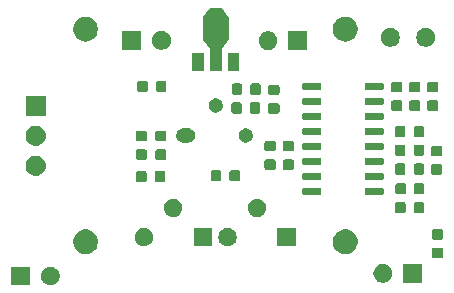
<source format=gts>
G04 #@! TF.GenerationSoftware,KiCad,Pcbnew,5.0.2-bee76a0~70~ubuntu18.04.1*
G04 #@! TF.CreationDate,2019-12-23T12:33:55+05:30*
G04 #@! TF.ProjectId,pir_v1_0,7069725f-7631-45f3-902e-6b696361645f,rev?*
G04 #@! TF.SameCoordinates,Original*
G04 #@! TF.FileFunction,Soldermask,Top*
G04 #@! TF.FilePolarity,Negative*
%FSLAX46Y46*%
G04 Gerber Fmt 4.6, Leading zero omitted, Abs format (unit mm)*
G04 Created by KiCad (PCBNEW 5.0.2-bee76a0~70~ubuntu18.04.1) date Mon Dec 23 12:33:55 2019*
%MOMM*%
%LPD*%
G01*
G04 APERTURE LIST*
%ADD10C,0.100000*%
G04 APERTURE END LIST*
D10*
G36*
X73608352Y-73555743D02*
X73753941Y-73616048D01*
X73884973Y-73703601D01*
X73996399Y-73815027D01*
X74083952Y-73946059D01*
X74144257Y-74091648D01*
X74175000Y-74246205D01*
X74175000Y-74403795D01*
X74144257Y-74558352D01*
X74083952Y-74703941D01*
X73996399Y-74834973D01*
X73884973Y-74946399D01*
X73753941Y-75033952D01*
X73608352Y-75094257D01*
X73453795Y-75125000D01*
X73296205Y-75125000D01*
X73141648Y-75094257D01*
X72996059Y-75033952D01*
X72865027Y-74946399D01*
X72753601Y-74834973D01*
X72666048Y-74703941D01*
X72605743Y-74558352D01*
X72575000Y-74403795D01*
X72575000Y-74246205D01*
X72605743Y-74091648D01*
X72666048Y-73946059D01*
X72753601Y-73815027D01*
X72865027Y-73703601D01*
X72996059Y-73616048D01*
X73141648Y-73555743D01*
X73296205Y-73525000D01*
X73453795Y-73525000D01*
X73608352Y-73555743D01*
X73608352Y-73555743D01*
G37*
G36*
X71675000Y-75125000D02*
X70075000Y-75125000D01*
X70075000Y-73525000D01*
X71675000Y-73525000D01*
X71675000Y-75125000D01*
X71675000Y-75125000D01*
G37*
G36*
X101758352Y-73330743D02*
X101903941Y-73391048D01*
X102034973Y-73478601D01*
X102146399Y-73590027D01*
X102233952Y-73721059D01*
X102294257Y-73866648D01*
X102325000Y-74021205D01*
X102325000Y-74178795D01*
X102294257Y-74333352D01*
X102233952Y-74478941D01*
X102146399Y-74609973D01*
X102034973Y-74721399D01*
X101903941Y-74808952D01*
X101758352Y-74869257D01*
X101603795Y-74900000D01*
X101446205Y-74900000D01*
X101291648Y-74869257D01*
X101146059Y-74808952D01*
X101015027Y-74721399D01*
X100903601Y-74609973D01*
X100816048Y-74478941D01*
X100755743Y-74333352D01*
X100725000Y-74178795D01*
X100725000Y-74021205D01*
X100755743Y-73866648D01*
X100816048Y-73721059D01*
X100903601Y-73590027D01*
X101015027Y-73478601D01*
X101146059Y-73391048D01*
X101291648Y-73330743D01*
X101446205Y-73300000D01*
X101603795Y-73300000D01*
X101758352Y-73330743D01*
X101758352Y-73330743D01*
G37*
G36*
X104825000Y-74900000D02*
X103225000Y-74900000D01*
X103225000Y-73300000D01*
X104825000Y-73300000D01*
X104825000Y-74900000D01*
X104825000Y-74900000D01*
G37*
G36*
X106499116Y-71953595D02*
X106528313Y-71962452D01*
X106555218Y-71976833D01*
X106578808Y-71996192D01*
X106598167Y-72019782D01*
X106612548Y-72046687D01*
X106621405Y-72075884D01*
X106625000Y-72112390D01*
X106625000Y-72662610D01*
X106621405Y-72699116D01*
X106612548Y-72728313D01*
X106598167Y-72755218D01*
X106578808Y-72778808D01*
X106555218Y-72798167D01*
X106528313Y-72812548D01*
X106499116Y-72821405D01*
X106462610Y-72825000D01*
X105837390Y-72825000D01*
X105800884Y-72821405D01*
X105771687Y-72812548D01*
X105744782Y-72798167D01*
X105721192Y-72778808D01*
X105701833Y-72755218D01*
X105687452Y-72728313D01*
X105678595Y-72699116D01*
X105675000Y-72662610D01*
X105675000Y-72112390D01*
X105678595Y-72075884D01*
X105687452Y-72046687D01*
X105701833Y-72019782D01*
X105721192Y-71996192D01*
X105744782Y-71976833D01*
X105771687Y-71962452D01*
X105800884Y-71953595D01*
X105837390Y-71950000D01*
X106462610Y-71950000D01*
X106499116Y-71953595D01*
X106499116Y-71953595D01*
G37*
G36*
X76471490Y-70378595D02*
X76656274Y-70415350D01*
X76847362Y-70494502D01*
X77019336Y-70609411D01*
X77165589Y-70755664D01*
X77280498Y-70927638D01*
X77359650Y-71118726D01*
X77384925Y-71245797D01*
X77400000Y-71321583D01*
X77400000Y-71528417D01*
X77396893Y-71544037D01*
X77359650Y-71731274D01*
X77280498Y-71922362D01*
X77165589Y-72094336D01*
X77019336Y-72240589D01*
X76847362Y-72355498D01*
X76656274Y-72434650D01*
X76475888Y-72470530D01*
X76453417Y-72475000D01*
X76246583Y-72475000D01*
X76224112Y-72470530D01*
X76043726Y-72434650D01*
X75852638Y-72355498D01*
X75680664Y-72240589D01*
X75534411Y-72094336D01*
X75419502Y-71922362D01*
X75340350Y-71731274D01*
X75303107Y-71544037D01*
X75300000Y-71528417D01*
X75300000Y-71321583D01*
X75315075Y-71245797D01*
X75340350Y-71118726D01*
X75419502Y-70927638D01*
X75534411Y-70755664D01*
X75680664Y-70609411D01*
X75852638Y-70494502D01*
X76043726Y-70415350D01*
X76228510Y-70378595D01*
X76246583Y-70375000D01*
X76453417Y-70375000D01*
X76471490Y-70378595D01*
X76471490Y-70378595D01*
G37*
G36*
X98471490Y-70378595D02*
X98656274Y-70415350D01*
X98847362Y-70494502D01*
X99019336Y-70609411D01*
X99165589Y-70755664D01*
X99280498Y-70927638D01*
X99359650Y-71118726D01*
X99384925Y-71245797D01*
X99400000Y-71321583D01*
X99400000Y-71528417D01*
X99396893Y-71544037D01*
X99359650Y-71731274D01*
X99280498Y-71922362D01*
X99165589Y-72094336D01*
X99019336Y-72240589D01*
X98847362Y-72355498D01*
X98656274Y-72434650D01*
X98475888Y-72470530D01*
X98453417Y-72475000D01*
X98246583Y-72475000D01*
X98224112Y-72470530D01*
X98043726Y-72434650D01*
X97852638Y-72355498D01*
X97680664Y-72240589D01*
X97534411Y-72094336D01*
X97419502Y-71922362D01*
X97340350Y-71731274D01*
X97303107Y-71544037D01*
X97300000Y-71528417D01*
X97300000Y-71321583D01*
X97315075Y-71245797D01*
X97340350Y-71118726D01*
X97419502Y-70927638D01*
X97534411Y-70755664D01*
X97680664Y-70609411D01*
X97852638Y-70494502D01*
X98043726Y-70415350D01*
X98228510Y-70378595D01*
X98246583Y-70375000D01*
X98453417Y-70375000D01*
X98471490Y-70378595D01*
X98471490Y-70378595D01*
G37*
G36*
X87050000Y-71825000D02*
X85500000Y-71825000D01*
X85500000Y-70275000D01*
X87050000Y-70275000D01*
X87050000Y-71825000D01*
X87050000Y-71825000D01*
G37*
G36*
X94150000Y-71825000D02*
X92600000Y-71825000D01*
X92600000Y-70275000D01*
X94150000Y-70275000D01*
X94150000Y-71825000D01*
X94150000Y-71825000D01*
G37*
G36*
X88601059Y-70304782D02*
X88742099Y-70363203D01*
X88869037Y-70448020D01*
X88976980Y-70555963D01*
X89061797Y-70682901D01*
X89120218Y-70823941D01*
X89150000Y-70973668D01*
X89150000Y-71126332D01*
X89120218Y-71276059D01*
X89061797Y-71417099D01*
X88976980Y-71544037D01*
X88869037Y-71651980D01*
X88742099Y-71736797D01*
X88601059Y-71795218D01*
X88451332Y-71825000D01*
X88298668Y-71825000D01*
X88148941Y-71795218D01*
X88007901Y-71736797D01*
X87880963Y-71651980D01*
X87773020Y-71544037D01*
X87688203Y-71417099D01*
X87629782Y-71276059D01*
X87600000Y-71126332D01*
X87600000Y-70973668D01*
X87629782Y-70823941D01*
X87688203Y-70682901D01*
X87773020Y-70555963D01*
X87880963Y-70448020D01*
X88007901Y-70363203D01*
X88148941Y-70304782D01*
X88298668Y-70275000D01*
X88451332Y-70275000D01*
X88601059Y-70304782D01*
X88601059Y-70304782D01*
G37*
G36*
X81501059Y-70304782D02*
X81642099Y-70363203D01*
X81769037Y-70448020D01*
X81876980Y-70555963D01*
X81961797Y-70682901D01*
X82020218Y-70823941D01*
X82050000Y-70973668D01*
X82050000Y-71126332D01*
X82020218Y-71276059D01*
X81961797Y-71417099D01*
X81876980Y-71544037D01*
X81769037Y-71651980D01*
X81642099Y-71736797D01*
X81501059Y-71795218D01*
X81351332Y-71825000D01*
X81198668Y-71825000D01*
X81048941Y-71795218D01*
X80907901Y-71736797D01*
X80780963Y-71651980D01*
X80673020Y-71544037D01*
X80588203Y-71417099D01*
X80529782Y-71276059D01*
X80500000Y-71126332D01*
X80500000Y-70973668D01*
X80529782Y-70823941D01*
X80588203Y-70682901D01*
X80673020Y-70555963D01*
X80780963Y-70448020D01*
X80907901Y-70363203D01*
X81048941Y-70304782D01*
X81198668Y-70275000D01*
X81351332Y-70275000D01*
X81501059Y-70304782D01*
X81501059Y-70304782D01*
G37*
G36*
X106499116Y-70378595D02*
X106528313Y-70387452D01*
X106555218Y-70401833D01*
X106578808Y-70421192D01*
X106598167Y-70444782D01*
X106612548Y-70471687D01*
X106621405Y-70500884D01*
X106625000Y-70537390D01*
X106625000Y-71087610D01*
X106621405Y-71124116D01*
X106612548Y-71153313D01*
X106598167Y-71180218D01*
X106578808Y-71203808D01*
X106555218Y-71223167D01*
X106528313Y-71237548D01*
X106499116Y-71246405D01*
X106462610Y-71250000D01*
X105837390Y-71250000D01*
X105800884Y-71246405D01*
X105771687Y-71237548D01*
X105744782Y-71223167D01*
X105721192Y-71203808D01*
X105701833Y-71180218D01*
X105687452Y-71153313D01*
X105678595Y-71124116D01*
X105675000Y-71087610D01*
X105675000Y-70537390D01*
X105678595Y-70500884D01*
X105687452Y-70471687D01*
X105701833Y-70444782D01*
X105721192Y-70421192D01*
X105744782Y-70401833D01*
X105771687Y-70387452D01*
X105800884Y-70378595D01*
X105837390Y-70375000D01*
X106462610Y-70375000D01*
X106499116Y-70378595D01*
X106499116Y-70378595D01*
G37*
G36*
X84001059Y-67804782D02*
X84142099Y-67863203D01*
X84269037Y-67948020D01*
X84376980Y-68055963D01*
X84461797Y-68182901D01*
X84520218Y-68323941D01*
X84550000Y-68473668D01*
X84550000Y-68626332D01*
X84520218Y-68776059D01*
X84461797Y-68917099D01*
X84376980Y-69044037D01*
X84269037Y-69151980D01*
X84142099Y-69236797D01*
X84001059Y-69295218D01*
X83851332Y-69325000D01*
X83698668Y-69325000D01*
X83548941Y-69295218D01*
X83407901Y-69236797D01*
X83280963Y-69151980D01*
X83173020Y-69044037D01*
X83088203Y-68917099D01*
X83029782Y-68776059D01*
X83000000Y-68626332D01*
X83000000Y-68473668D01*
X83029782Y-68323941D01*
X83088203Y-68182901D01*
X83173020Y-68055963D01*
X83280963Y-67948020D01*
X83407901Y-67863203D01*
X83548941Y-67804782D01*
X83698668Y-67775000D01*
X83851332Y-67775000D01*
X84001059Y-67804782D01*
X84001059Y-67804782D01*
G37*
G36*
X91101059Y-67804782D02*
X91242099Y-67863203D01*
X91369037Y-67948020D01*
X91476980Y-68055963D01*
X91561797Y-68182901D01*
X91620218Y-68323941D01*
X91650000Y-68473668D01*
X91650000Y-68626332D01*
X91620218Y-68776059D01*
X91561797Y-68917099D01*
X91476980Y-69044037D01*
X91369037Y-69151980D01*
X91242099Y-69236797D01*
X91101059Y-69295218D01*
X90951332Y-69325000D01*
X90798668Y-69325000D01*
X90648941Y-69295218D01*
X90507901Y-69236797D01*
X90380963Y-69151980D01*
X90273020Y-69044037D01*
X90188203Y-68917099D01*
X90129782Y-68776059D01*
X90100000Y-68626332D01*
X90100000Y-68473668D01*
X90129782Y-68323941D01*
X90188203Y-68182901D01*
X90273020Y-68055963D01*
X90380963Y-67948020D01*
X90507901Y-67863203D01*
X90648941Y-67804782D01*
X90798668Y-67775000D01*
X90951332Y-67775000D01*
X91101059Y-67804782D01*
X91101059Y-67804782D01*
G37*
G36*
X104899116Y-68078595D02*
X104928313Y-68087452D01*
X104955218Y-68101833D01*
X104978808Y-68121192D01*
X104998167Y-68144782D01*
X105012548Y-68171687D01*
X105021405Y-68200884D01*
X105025000Y-68237390D01*
X105025000Y-68862610D01*
X105021405Y-68899116D01*
X105012548Y-68928313D01*
X104998167Y-68955218D01*
X104978808Y-68978808D01*
X104955218Y-68998167D01*
X104928313Y-69012548D01*
X104899116Y-69021405D01*
X104862610Y-69025000D01*
X104312390Y-69025000D01*
X104275884Y-69021405D01*
X104246687Y-69012548D01*
X104219782Y-68998167D01*
X104196192Y-68978808D01*
X104176833Y-68955218D01*
X104162452Y-68928313D01*
X104153595Y-68899116D01*
X104150000Y-68862610D01*
X104150000Y-68237390D01*
X104153595Y-68200884D01*
X104162452Y-68171687D01*
X104176833Y-68144782D01*
X104196192Y-68121192D01*
X104219782Y-68101833D01*
X104246687Y-68087452D01*
X104275884Y-68078595D01*
X104312390Y-68075000D01*
X104862610Y-68075000D01*
X104899116Y-68078595D01*
X104899116Y-68078595D01*
G37*
G36*
X103324116Y-68078595D02*
X103353313Y-68087452D01*
X103380218Y-68101833D01*
X103403808Y-68121192D01*
X103423167Y-68144782D01*
X103437548Y-68171687D01*
X103446405Y-68200884D01*
X103450000Y-68237390D01*
X103450000Y-68862610D01*
X103446405Y-68899116D01*
X103437548Y-68928313D01*
X103423167Y-68955218D01*
X103403808Y-68978808D01*
X103380218Y-68998167D01*
X103353313Y-69012548D01*
X103324116Y-69021405D01*
X103287610Y-69025000D01*
X102737390Y-69025000D01*
X102700884Y-69021405D01*
X102671687Y-69012548D01*
X102644782Y-68998167D01*
X102621192Y-68978808D01*
X102601833Y-68955218D01*
X102587452Y-68928313D01*
X102578595Y-68899116D01*
X102575000Y-68862610D01*
X102575000Y-68237390D01*
X102578595Y-68200884D01*
X102587452Y-68171687D01*
X102601833Y-68144782D01*
X102621192Y-68121192D01*
X102644782Y-68101833D01*
X102671687Y-68087452D01*
X102700884Y-68078595D01*
X102737390Y-68075000D01*
X103287610Y-68075000D01*
X103324116Y-68078595D01*
X103324116Y-68078595D01*
G37*
G36*
X101539512Y-66897034D02*
X101553471Y-66901268D01*
X101566333Y-66908143D01*
X101577605Y-66917395D01*
X101586857Y-66928667D01*
X101593732Y-66941529D01*
X101597966Y-66955488D01*
X101600000Y-66976140D01*
X101600000Y-67363860D01*
X101597966Y-67384512D01*
X101593732Y-67398471D01*
X101586857Y-67411333D01*
X101577605Y-67422605D01*
X101566333Y-67431857D01*
X101553471Y-67438732D01*
X101539512Y-67442966D01*
X101518860Y-67445000D01*
X100081140Y-67445000D01*
X100060488Y-67442966D01*
X100046529Y-67438732D01*
X100033667Y-67431857D01*
X100022395Y-67422605D01*
X100013143Y-67411333D01*
X100006268Y-67398471D01*
X100002034Y-67384512D01*
X100000000Y-67363860D01*
X100000000Y-66976140D01*
X100002034Y-66955488D01*
X100006268Y-66941529D01*
X100013143Y-66928667D01*
X100022395Y-66917395D01*
X100033667Y-66908143D01*
X100046529Y-66901268D01*
X100060488Y-66897034D01*
X100081140Y-66895000D01*
X101518860Y-66895000D01*
X101539512Y-66897034D01*
X101539512Y-66897034D01*
G37*
G36*
X96239512Y-66897034D02*
X96253471Y-66901268D01*
X96266333Y-66908143D01*
X96277605Y-66917395D01*
X96286857Y-66928667D01*
X96293732Y-66941529D01*
X96297966Y-66955488D01*
X96300000Y-66976140D01*
X96300000Y-67363860D01*
X96297966Y-67384512D01*
X96293732Y-67398471D01*
X96286857Y-67411333D01*
X96277605Y-67422605D01*
X96266333Y-67431857D01*
X96253471Y-67438732D01*
X96239512Y-67442966D01*
X96218860Y-67445000D01*
X94781140Y-67445000D01*
X94760488Y-67442966D01*
X94746529Y-67438732D01*
X94733667Y-67431857D01*
X94722395Y-67422605D01*
X94713143Y-67411333D01*
X94706268Y-67398471D01*
X94702034Y-67384512D01*
X94700000Y-67363860D01*
X94700000Y-66976140D01*
X94702034Y-66955488D01*
X94706268Y-66941529D01*
X94713143Y-66928667D01*
X94722395Y-66917395D01*
X94733667Y-66908143D01*
X94746529Y-66901268D01*
X94760488Y-66897034D01*
X94781140Y-66895000D01*
X96218860Y-66895000D01*
X96239512Y-66897034D01*
X96239512Y-66897034D01*
G37*
G36*
X103336616Y-66478595D02*
X103365813Y-66487452D01*
X103392718Y-66501833D01*
X103416308Y-66521192D01*
X103435667Y-66544782D01*
X103450048Y-66571687D01*
X103458905Y-66600884D01*
X103462500Y-66637390D01*
X103462500Y-67262610D01*
X103458905Y-67299116D01*
X103450048Y-67328313D01*
X103435667Y-67355218D01*
X103416308Y-67378808D01*
X103392718Y-67398167D01*
X103365813Y-67412548D01*
X103336616Y-67421405D01*
X103300110Y-67425000D01*
X102749890Y-67425000D01*
X102713384Y-67421405D01*
X102684187Y-67412548D01*
X102657282Y-67398167D01*
X102633692Y-67378808D01*
X102614333Y-67355218D01*
X102599952Y-67328313D01*
X102591095Y-67299116D01*
X102587500Y-67262610D01*
X102587500Y-66637390D01*
X102591095Y-66600884D01*
X102599952Y-66571687D01*
X102614333Y-66544782D01*
X102633692Y-66521192D01*
X102657282Y-66501833D01*
X102684187Y-66487452D01*
X102713384Y-66478595D01*
X102749890Y-66475000D01*
X103300110Y-66475000D01*
X103336616Y-66478595D01*
X103336616Y-66478595D01*
G37*
G36*
X104911616Y-66478595D02*
X104940813Y-66487452D01*
X104967718Y-66501833D01*
X104991308Y-66521192D01*
X105010667Y-66544782D01*
X105025048Y-66571687D01*
X105033905Y-66600884D01*
X105037500Y-66637390D01*
X105037500Y-67262610D01*
X105033905Y-67299116D01*
X105025048Y-67328313D01*
X105010667Y-67355218D01*
X104991308Y-67378808D01*
X104967718Y-67398167D01*
X104940813Y-67412548D01*
X104911616Y-67421405D01*
X104875110Y-67425000D01*
X104324890Y-67425000D01*
X104288384Y-67421405D01*
X104259187Y-67412548D01*
X104232282Y-67398167D01*
X104208692Y-67378808D01*
X104189333Y-67355218D01*
X104174952Y-67328313D01*
X104166095Y-67299116D01*
X104162500Y-67262610D01*
X104162500Y-66637390D01*
X104166095Y-66600884D01*
X104174952Y-66571687D01*
X104189333Y-66544782D01*
X104208692Y-66521192D01*
X104232282Y-66501833D01*
X104259187Y-66487452D01*
X104288384Y-66478595D01*
X104324890Y-66475000D01*
X104875110Y-66475000D01*
X104911616Y-66478595D01*
X104911616Y-66478595D01*
G37*
G36*
X82961616Y-65428595D02*
X82990813Y-65437452D01*
X83017718Y-65451833D01*
X83041308Y-65471192D01*
X83060667Y-65494782D01*
X83075048Y-65521687D01*
X83083905Y-65550884D01*
X83087500Y-65587390D01*
X83087500Y-66212610D01*
X83083905Y-66249116D01*
X83075048Y-66278313D01*
X83060667Y-66305218D01*
X83041308Y-66328808D01*
X83017718Y-66348167D01*
X82990813Y-66362548D01*
X82961616Y-66371405D01*
X82925110Y-66375000D01*
X82374890Y-66375000D01*
X82338384Y-66371405D01*
X82309187Y-66362548D01*
X82282282Y-66348167D01*
X82258692Y-66328808D01*
X82239333Y-66305218D01*
X82224952Y-66278313D01*
X82216095Y-66249116D01*
X82212500Y-66212610D01*
X82212500Y-65587390D01*
X82216095Y-65550884D01*
X82224952Y-65521687D01*
X82239333Y-65494782D01*
X82258692Y-65471192D01*
X82282282Y-65451833D01*
X82309187Y-65437452D01*
X82338384Y-65428595D01*
X82374890Y-65425000D01*
X82925110Y-65425000D01*
X82961616Y-65428595D01*
X82961616Y-65428595D01*
G37*
G36*
X81386616Y-65428595D02*
X81415813Y-65437452D01*
X81442718Y-65451833D01*
X81466308Y-65471192D01*
X81485667Y-65494782D01*
X81500048Y-65521687D01*
X81508905Y-65550884D01*
X81512500Y-65587390D01*
X81512500Y-66212610D01*
X81508905Y-66249116D01*
X81500048Y-66278313D01*
X81485667Y-66305218D01*
X81466308Y-66328808D01*
X81442718Y-66348167D01*
X81415813Y-66362548D01*
X81386616Y-66371405D01*
X81350110Y-66375000D01*
X80799890Y-66375000D01*
X80763384Y-66371405D01*
X80734187Y-66362548D01*
X80707282Y-66348167D01*
X80683692Y-66328808D01*
X80664333Y-66305218D01*
X80649952Y-66278313D01*
X80641095Y-66249116D01*
X80637500Y-66212610D01*
X80637500Y-65587390D01*
X80641095Y-65550884D01*
X80649952Y-65521687D01*
X80664333Y-65494782D01*
X80683692Y-65471192D01*
X80707282Y-65451833D01*
X80734187Y-65437452D01*
X80763384Y-65428595D01*
X80799890Y-65425000D01*
X81350110Y-65425000D01*
X81386616Y-65428595D01*
X81386616Y-65428595D01*
G37*
G36*
X89286616Y-65378595D02*
X89315813Y-65387452D01*
X89342718Y-65401833D01*
X89366308Y-65421192D01*
X89385667Y-65444782D01*
X89400048Y-65471687D01*
X89408905Y-65500884D01*
X89412500Y-65537390D01*
X89412500Y-66162610D01*
X89408905Y-66199116D01*
X89400048Y-66228313D01*
X89385667Y-66255218D01*
X89366308Y-66278808D01*
X89342718Y-66298167D01*
X89315813Y-66312548D01*
X89286616Y-66321405D01*
X89250110Y-66325000D01*
X88699890Y-66325000D01*
X88663384Y-66321405D01*
X88634187Y-66312548D01*
X88607282Y-66298167D01*
X88583692Y-66278808D01*
X88564333Y-66255218D01*
X88549952Y-66228313D01*
X88541095Y-66199116D01*
X88537500Y-66162610D01*
X88537500Y-65537390D01*
X88541095Y-65500884D01*
X88549952Y-65471687D01*
X88564333Y-65444782D01*
X88583692Y-65421192D01*
X88607282Y-65401833D01*
X88634187Y-65387452D01*
X88663384Y-65378595D01*
X88699890Y-65375000D01*
X89250110Y-65375000D01*
X89286616Y-65378595D01*
X89286616Y-65378595D01*
G37*
G36*
X87711616Y-65378595D02*
X87740813Y-65387452D01*
X87767718Y-65401833D01*
X87791308Y-65421192D01*
X87810667Y-65444782D01*
X87825048Y-65471687D01*
X87833905Y-65500884D01*
X87837500Y-65537390D01*
X87837500Y-66162610D01*
X87833905Y-66199116D01*
X87825048Y-66228313D01*
X87810667Y-66255218D01*
X87791308Y-66278808D01*
X87767718Y-66298167D01*
X87740813Y-66312548D01*
X87711616Y-66321405D01*
X87675110Y-66325000D01*
X87124890Y-66325000D01*
X87088384Y-66321405D01*
X87059187Y-66312548D01*
X87032282Y-66298167D01*
X87008692Y-66278808D01*
X86989333Y-66255218D01*
X86974952Y-66228313D01*
X86966095Y-66199116D01*
X86962500Y-66162610D01*
X86962500Y-65537390D01*
X86966095Y-65500884D01*
X86974952Y-65471687D01*
X86989333Y-65444782D01*
X87008692Y-65421192D01*
X87032282Y-65401833D01*
X87059187Y-65387452D01*
X87088384Y-65378595D01*
X87124890Y-65375000D01*
X87675110Y-65375000D01*
X87711616Y-65378595D01*
X87711616Y-65378595D01*
G37*
G36*
X101539512Y-65627034D02*
X101553471Y-65631268D01*
X101566333Y-65638143D01*
X101577605Y-65647395D01*
X101586857Y-65658667D01*
X101593732Y-65671529D01*
X101597966Y-65685488D01*
X101600000Y-65706140D01*
X101600000Y-66093860D01*
X101597966Y-66114512D01*
X101593732Y-66128471D01*
X101586857Y-66141333D01*
X101577605Y-66152605D01*
X101566333Y-66161857D01*
X101553471Y-66168732D01*
X101539512Y-66172966D01*
X101518860Y-66175000D01*
X100081140Y-66175000D01*
X100060488Y-66172966D01*
X100046529Y-66168732D01*
X100033667Y-66161857D01*
X100022395Y-66152605D01*
X100013143Y-66141333D01*
X100006268Y-66128471D01*
X100002034Y-66114512D01*
X100000000Y-66093860D01*
X100000000Y-65706140D01*
X100002034Y-65685488D01*
X100006268Y-65671529D01*
X100013143Y-65658667D01*
X100022395Y-65647395D01*
X100033667Y-65638143D01*
X100046529Y-65631268D01*
X100060488Y-65627034D01*
X100081140Y-65625000D01*
X101518860Y-65625000D01*
X101539512Y-65627034D01*
X101539512Y-65627034D01*
G37*
G36*
X96239512Y-65627034D02*
X96253471Y-65631268D01*
X96266333Y-65638143D01*
X96277605Y-65647395D01*
X96286857Y-65658667D01*
X96293732Y-65671529D01*
X96297966Y-65685488D01*
X96300000Y-65706140D01*
X96300000Y-66093860D01*
X96297966Y-66114512D01*
X96293732Y-66128471D01*
X96286857Y-66141333D01*
X96277605Y-66152605D01*
X96266333Y-66161857D01*
X96253471Y-66168732D01*
X96239512Y-66172966D01*
X96218860Y-66175000D01*
X94781140Y-66175000D01*
X94760488Y-66172966D01*
X94746529Y-66168732D01*
X94733667Y-66161857D01*
X94722395Y-66152605D01*
X94713143Y-66141333D01*
X94706268Y-66128471D01*
X94702034Y-66114512D01*
X94700000Y-66093860D01*
X94700000Y-65706140D01*
X94702034Y-65685488D01*
X94706268Y-65671529D01*
X94713143Y-65658667D01*
X94722395Y-65647395D01*
X94733667Y-65638143D01*
X94746529Y-65631268D01*
X94760488Y-65627034D01*
X94781140Y-65625000D01*
X96218860Y-65625000D01*
X96239512Y-65627034D01*
X96239512Y-65627034D01*
G37*
G36*
X72291630Y-64152299D02*
X72451855Y-64200903D01*
X72599520Y-64279831D01*
X72728949Y-64386051D01*
X72835169Y-64515480D01*
X72914097Y-64663145D01*
X72962701Y-64823370D01*
X72979112Y-64990000D01*
X72962701Y-65156630D01*
X72914097Y-65316855D01*
X72835169Y-65464520D01*
X72728949Y-65593949D01*
X72599520Y-65700169D01*
X72451855Y-65779097D01*
X72291630Y-65827701D01*
X72166752Y-65840000D01*
X72083248Y-65840000D01*
X71958370Y-65827701D01*
X71798145Y-65779097D01*
X71650480Y-65700169D01*
X71521051Y-65593949D01*
X71414831Y-65464520D01*
X71335903Y-65316855D01*
X71287299Y-65156630D01*
X71270888Y-64990000D01*
X71287299Y-64823370D01*
X71335903Y-64663145D01*
X71414831Y-64515480D01*
X71521051Y-64386051D01*
X71650480Y-64279831D01*
X71798145Y-64200903D01*
X71958370Y-64152299D01*
X72083248Y-64140000D01*
X72166752Y-64140000D01*
X72291630Y-64152299D01*
X72291630Y-64152299D01*
G37*
G36*
X103311616Y-64803595D02*
X103340813Y-64812452D01*
X103367718Y-64826833D01*
X103391308Y-64846192D01*
X103410667Y-64869782D01*
X103425048Y-64896687D01*
X103433905Y-64925884D01*
X103437500Y-64962390D01*
X103437500Y-65587610D01*
X103433905Y-65624116D01*
X103425048Y-65653313D01*
X103410667Y-65680218D01*
X103391308Y-65703808D01*
X103367718Y-65723167D01*
X103340813Y-65737548D01*
X103311616Y-65746405D01*
X103275110Y-65750000D01*
X102724890Y-65750000D01*
X102688384Y-65746405D01*
X102659187Y-65737548D01*
X102632282Y-65723167D01*
X102608692Y-65703808D01*
X102589333Y-65680218D01*
X102574952Y-65653313D01*
X102566095Y-65624116D01*
X102562500Y-65587610D01*
X102562500Y-64962390D01*
X102566095Y-64925884D01*
X102574952Y-64896687D01*
X102589333Y-64869782D01*
X102608692Y-64846192D01*
X102632282Y-64826833D01*
X102659187Y-64812452D01*
X102688384Y-64803595D01*
X102724890Y-64800000D01*
X103275110Y-64800000D01*
X103311616Y-64803595D01*
X103311616Y-64803595D01*
G37*
G36*
X106424116Y-64878595D02*
X106453313Y-64887452D01*
X106480218Y-64901833D01*
X106503808Y-64921192D01*
X106523167Y-64944782D01*
X106537548Y-64971687D01*
X106546405Y-65000884D01*
X106550000Y-65037390D01*
X106550000Y-65587610D01*
X106546405Y-65624116D01*
X106537548Y-65653313D01*
X106523167Y-65680218D01*
X106503808Y-65703808D01*
X106480218Y-65723167D01*
X106453313Y-65737548D01*
X106424116Y-65746405D01*
X106387610Y-65750000D01*
X105762390Y-65750000D01*
X105725884Y-65746405D01*
X105696687Y-65737548D01*
X105669782Y-65723167D01*
X105646192Y-65703808D01*
X105626833Y-65680218D01*
X105612452Y-65653313D01*
X105603595Y-65624116D01*
X105600000Y-65587610D01*
X105600000Y-65037390D01*
X105603595Y-65000884D01*
X105612452Y-64971687D01*
X105626833Y-64944782D01*
X105646192Y-64921192D01*
X105669782Y-64901833D01*
X105696687Y-64887452D01*
X105725884Y-64878595D01*
X105762390Y-64875000D01*
X106387610Y-64875000D01*
X106424116Y-64878595D01*
X106424116Y-64878595D01*
G37*
G36*
X104886616Y-64803595D02*
X104915813Y-64812452D01*
X104942718Y-64826833D01*
X104966308Y-64846192D01*
X104985667Y-64869782D01*
X105000048Y-64896687D01*
X105008905Y-64925884D01*
X105012500Y-64962390D01*
X105012500Y-65587610D01*
X105008905Y-65624116D01*
X105000048Y-65653313D01*
X104985667Y-65680218D01*
X104966308Y-65703808D01*
X104942718Y-65723167D01*
X104915813Y-65737548D01*
X104886616Y-65746405D01*
X104850110Y-65750000D01*
X104299890Y-65750000D01*
X104263384Y-65746405D01*
X104234187Y-65737548D01*
X104207282Y-65723167D01*
X104183692Y-65703808D01*
X104164333Y-65680218D01*
X104149952Y-65653313D01*
X104141095Y-65624116D01*
X104137500Y-65587610D01*
X104137500Y-64962390D01*
X104141095Y-64925884D01*
X104149952Y-64896687D01*
X104164333Y-64869782D01*
X104183692Y-64846192D01*
X104207282Y-64826833D01*
X104234187Y-64812452D01*
X104263384Y-64803595D01*
X104299890Y-64800000D01*
X104850110Y-64800000D01*
X104886616Y-64803595D01*
X104886616Y-64803595D01*
G37*
G36*
X93874116Y-64466095D02*
X93903313Y-64474952D01*
X93930218Y-64489333D01*
X93953808Y-64508692D01*
X93973167Y-64532282D01*
X93987548Y-64559187D01*
X93996405Y-64588384D01*
X94000000Y-64624890D01*
X94000000Y-65175110D01*
X93996405Y-65211616D01*
X93987548Y-65240813D01*
X93973167Y-65267718D01*
X93953808Y-65291308D01*
X93930218Y-65310667D01*
X93903313Y-65325048D01*
X93874116Y-65333905D01*
X93837610Y-65337500D01*
X93212390Y-65337500D01*
X93175884Y-65333905D01*
X93146687Y-65325048D01*
X93119782Y-65310667D01*
X93096192Y-65291308D01*
X93076833Y-65267718D01*
X93062452Y-65240813D01*
X93053595Y-65211616D01*
X93050000Y-65175110D01*
X93050000Y-64624890D01*
X93053595Y-64588384D01*
X93062452Y-64559187D01*
X93076833Y-64532282D01*
X93096192Y-64508692D01*
X93119782Y-64489333D01*
X93146687Y-64474952D01*
X93175884Y-64466095D01*
X93212390Y-64462500D01*
X93837610Y-64462500D01*
X93874116Y-64466095D01*
X93874116Y-64466095D01*
G37*
G36*
X92324116Y-64466095D02*
X92353313Y-64474952D01*
X92380218Y-64489333D01*
X92403808Y-64508692D01*
X92423167Y-64532282D01*
X92437548Y-64559187D01*
X92446405Y-64588384D01*
X92450000Y-64624890D01*
X92450000Y-65175110D01*
X92446405Y-65211616D01*
X92437548Y-65240813D01*
X92423167Y-65267718D01*
X92403808Y-65291308D01*
X92380218Y-65310667D01*
X92353313Y-65325048D01*
X92324116Y-65333905D01*
X92287610Y-65337500D01*
X91662390Y-65337500D01*
X91625884Y-65333905D01*
X91596687Y-65325048D01*
X91569782Y-65310667D01*
X91546192Y-65291308D01*
X91526833Y-65267718D01*
X91512452Y-65240813D01*
X91503595Y-65211616D01*
X91500000Y-65175110D01*
X91500000Y-64624890D01*
X91503595Y-64588384D01*
X91512452Y-64559187D01*
X91526833Y-64532282D01*
X91546192Y-64508692D01*
X91569782Y-64489333D01*
X91596687Y-64474952D01*
X91625884Y-64466095D01*
X91662390Y-64462500D01*
X92287610Y-64462500D01*
X92324116Y-64466095D01*
X92324116Y-64466095D01*
G37*
G36*
X96239512Y-64357034D02*
X96253471Y-64361268D01*
X96266333Y-64368143D01*
X96277605Y-64377395D01*
X96286857Y-64388667D01*
X96293732Y-64401529D01*
X96297966Y-64415488D01*
X96300000Y-64436140D01*
X96300000Y-64823860D01*
X96297966Y-64844512D01*
X96293732Y-64858471D01*
X96286857Y-64871333D01*
X96277605Y-64882605D01*
X96266333Y-64891857D01*
X96253471Y-64898732D01*
X96239512Y-64902966D01*
X96218860Y-64905000D01*
X94781140Y-64905000D01*
X94760488Y-64902966D01*
X94746529Y-64898732D01*
X94733667Y-64891857D01*
X94722395Y-64882605D01*
X94713143Y-64871333D01*
X94706268Y-64858471D01*
X94702034Y-64844512D01*
X94700000Y-64823860D01*
X94700000Y-64436140D01*
X94702034Y-64415488D01*
X94706268Y-64401529D01*
X94713143Y-64388667D01*
X94722395Y-64377395D01*
X94733667Y-64368143D01*
X94746529Y-64361268D01*
X94760488Y-64357034D01*
X94781140Y-64355000D01*
X96218860Y-64355000D01*
X96239512Y-64357034D01*
X96239512Y-64357034D01*
G37*
G36*
X101539512Y-64357034D02*
X101553471Y-64361268D01*
X101566333Y-64368143D01*
X101577605Y-64377395D01*
X101586857Y-64388667D01*
X101593732Y-64401529D01*
X101597966Y-64415488D01*
X101600000Y-64436140D01*
X101600000Y-64823860D01*
X101597966Y-64844512D01*
X101593732Y-64858471D01*
X101586857Y-64871333D01*
X101577605Y-64882605D01*
X101566333Y-64891857D01*
X101553471Y-64898732D01*
X101539512Y-64902966D01*
X101518860Y-64905000D01*
X100081140Y-64905000D01*
X100060488Y-64902966D01*
X100046529Y-64898732D01*
X100033667Y-64891857D01*
X100022395Y-64882605D01*
X100013143Y-64871333D01*
X100006268Y-64858471D01*
X100002034Y-64844512D01*
X100000000Y-64823860D01*
X100000000Y-64436140D01*
X100002034Y-64415488D01*
X100006268Y-64401529D01*
X100013143Y-64388667D01*
X100022395Y-64377395D01*
X100033667Y-64368143D01*
X100046529Y-64361268D01*
X100060488Y-64357034D01*
X100081140Y-64355000D01*
X101518860Y-64355000D01*
X101539512Y-64357034D01*
X101539512Y-64357034D01*
G37*
G36*
X83074116Y-63616095D02*
X83103313Y-63624952D01*
X83130218Y-63639333D01*
X83153808Y-63658692D01*
X83173167Y-63682282D01*
X83187548Y-63709187D01*
X83196405Y-63738384D01*
X83200000Y-63774890D01*
X83200000Y-64325110D01*
X83196405Y-64361616D01*
X83187548Y-64390813D01*
X83173167Y-64417718D01*
X83153808Y-64441308D01*
X83130218Y-64460667D01*
X83103313Y-64475048D01*
X83074116Y-64483905D01*
X83037610Y-64487500D01*
X82412390Y-64487500D01*
X82375884Y-64483905D01*
X82346687Y-64475048D01*
X82319782Y-64460667D01*
X82296192Y-64441308D01*
X82276833Y-64417718D01*
X82262452Y-64390813D01*
X82253595Y-64361616D01*
X82250000Y-64325110D01*
X82250000Y-63774890D01*
X82253595Y-63738384D01*
X82262452Y-63709187D01*
X82276833Y-63682282D01*
X82296192Y-63658692D01*
X82319782Y-63639333D01*
X82346687Y-63624952D01*
X82375884Y-63616095D01*
X82412390Y-63612500D01*
X83037610Y-63612500D01*
X83074116Y-63616095D01*
X83074116Y-63616095D01*
G37*
G36*
X81424116Y-63616095D02*
X81453313Y-63624952D01*
X81480218Y-63639333D01*
X81503808Y-63658692D01*
X81523167Y-63682282D01*
X81537548Y-63709187D01*
X81546405Y-63738384D01*
X81550000Y-63774890D01*
X81550000Y-64325110D01*
X81546405Y-64361616D01*
X81537548Y-64390813D01*
X81523167Y-64417718D01*
X81503808Y-64441308D01*
X81480218Y-64460667D01*
X81453313Y-64475048D01*
X81424116Y-64483905D01*
X81387610Y-64487500D01*
X80762390Y-64487500D01*
X80725884Y-64483905D01*
X80696687Y-64475048D01*
X80669782Y-64460667D01*
X80646192Y-64441308D01*
X80626833Y-64417718D01*
X80612452Y-64390813D01*
X80603595Y-64361616D01*
X80600000Y-64325110D01*
X80600000Y-63774890D01*
X80603595Y-63738384D01*
X80612452Y-63709187D01*
X80626833Y-63682282D01*
X80646192Y-63658692D01*
X80669782Y-63639333D01*
X80696687Y-63624952D01*
X80725884Y-63616095D01*
X80762390Y-63612500D01*
X81387610Y-63612500D01*
X81424116Y-63616095D01*
X81424116Y-63616095D01*
G37*
G36*
X106424116Y-63303595D02*
X106453313Y-63312452D01*
X106480218Y-63326833D01*
X106503808Y-63346192D01*
X106523167Y-63369782D01*
X106537548Y-63396687D01*
X106546405Y-63425884D01*
X106550000Y-63462390D01*
X106550000Y-64012610D01*
X106546405Y-64049116D01*
X106537548Y-64078313D01*
X106523167Y-64105218D01*
X106503808Y-64128808D01*
X106480218Y-64148167D01*
X106453313Y-64162548D01*
X106424116Y-64171405D01*
X106387610Y-64175000D01*
X105762390Y-64175000D01*
X105725884Y-64171405D01*
X105696687Y-64162548D01*
X105669782Y-64148167D01*
X105646192Y-64128808D01*
X105626833Y-64105218D01*
X105612452Y-64078313D01*
X105603595Y-64049116D01*
X105600000Y-64012610D01*
X105600000Y-63462390D01*
X105603595Y-63425884D01*
X105612452Y-63396687D01*
X105626833Y-63369782D01*
X105646192Y-63346192D01*
X105669782Y-63326833D01*
X105696687Y-63312452D01*
X105725884Y-63303595D01*
X105762390Y-63300000D01*
X106387610Y-63300000D01*
X106424116Y-63303595D01*
X106424116Y-63303595D01*
G37*
G36*
X104886616Y-63203595D02*
X104915813Y-63212452D01*
X104942718Y-63226833D01*
X104966308Y-63246192D01*
X104985667Y-63269782D01*
X105000048Y-63296687D01*
X105008905Y-63325884D01*
X105012500Y-63362390D01*
X105012500Y-63987610D01*
X105008905Y-64024116D01*
X105000048Y-64053313D01*
X104985667Y-64080218D01*
X104966308Y-64103808D01*
X104942718Y-64123167D01*
X104915813Y-64137548D01*
X104886616Y-64146405D01*
X104850110Y-64150000D01*
X104299890Y-64150000D01*
X104263384Y-64146405D01*
X104234187Y-64137548D01*
X104207282Y-64123167D01*
X104183692Y-64103808D01*
X104164333Y-64080218D01*
X104149952Y-64053313D01*
X104141095Y-64024116D01*
X104137500Y-63987610D01*
X104137500Y-63362390D01*
X104141095Y-63325884D01*
X104149952Y-63296687D01*
X104164333Y-63269782D01*
X104183692Y-63246192D01*
X104207282Y-63226833D01*
X104234187Y-63212452D01*
X104263384Y-63203595D01*
X104299890Y-63200000D01*
X104850110Y-63200000D01*
X104886616Y-63203595D01*
X104886616Y-63203595D01*
G37*
G36*
X103311616Y-63203595D02*
X103340813Y-63212452D01*
X103367718Y-63226833D01*
X103391308Y-63246192D01*
X103410667Y-63269782D01*
X103425048Y-63296687D01*
X103433905Y-63325884D01*
X103437500Y-63362390D01*
X103437500Y-63987610D01*
X103433905Y-64024116D01*
X103425048Y-64053313D01*
X103410667Y-64080218D01*
X103391308Y-64103808D01*
X103367718Y-64123167D01*
X103340813Y-64137548D01*
X103311616Y-64146405D01*
X103275110Y-64150000D01*
X102724890Y-64150000D01*
X102688384Y-64146405D01*
X102659187Y-64137548D01*
X102632282Y-64123167D01*
X102608692Y-64103808D01*
X102589333Y-64080218D01*
X102574952Y-64053313D01*
X102566095Y-64024116D01*
X102562500Y-63987610D01*
X102562500Y-63362390D01*
X102566095Y-63325884D01*
X102574952Y-63296687D01*
X102589333Y-63269782D01*
X102608692Y-63246192D01*
X102632282Y-63226833D01*
X102659187Y-63212452D01*
X102688384Y-63203595D01*
X102724890Y-63200000D01*
X103275110Y-63200000D01*
X103311616Y-63203595D01*
X103311616Y-63203595D01*
G37*
G36*
X92324116Y-62891095D02*
X92353313Y-62899952D01*
X92380218Y-62914333D01*
X92403808Y-62933692D01*
X92423167Y-62957282D01*
X92437548Y-62984187D01*
X92446405Y-63013384D01*
X92450000Y-63049890D01*
X92450000Y-63600110D01*
X92446405Y-63636616D01*
X92437548Y-63665813D01*
X92423167Y-63692718D01*
X92403808Y-63716308D01*
X92380218Y-63735667D01*
X92353313Y-63750048D01*
X92324116Y-63758905D01*
X92287610Y-63762500D01*
X91662390Y-63762500D01*
X91625884Y-63758905D01*
X91596687Y-63750048D01*
X91569782Y-63735667D01*
X91546192Y-63716308D01*
X91526833Y-63692718D01*
X91512452Y-63665813D01*
X91503595Y-63636616D01*
X91500000Y-63600110D01*
X91500000Y-63049890D01*
X91503595Y-63013384D01*
X91512452Y-62984187D01*
X91526833Y-62957282D01*
X91546192Y-62933692D01*
X91569782Y-62914333D01*
X91596687Y-62899952D01*
X91625884Y-62891095D01*
X91662390Y-62887500D01*
X92287610Y-62887500D01*
X92324116Y-62891095D01*
X92324116Y-62891095D01*
G37*
G36*
X93874116Y-62891095D02*
X93903313Y-62899952D01*
X93930218Y-62914333D01*
X93953808Y-62933692D01*
X93973167Y-62957282D01*
X93987548Y-62984187D01*
X93996405Y-63013384D01*
X94000000Y-63049890D01*
X94000000Y-63600110D01*
X93996405Y-63636616D01*
X93987548Y-63665813D01*
X93973167Y-63692718D01*
X93953808Y-63716308D01*
X93930218Y-63735667D01*
X93903313Y-63750048D01*
X93874116Y-63758905D01*
X93837610Y-63762500D01*
X93212390Y-63762500D01*
X93175884Y-63758905D01*
X93146687Y-63750048D01*
X93119782Y-63735667D01*
X93096192Y-63716308D01*
X93076833Y-63692718D01*
X93062452Y-63665813D01*
X93053595Y-63636616D01*
X93050000Y-63600110D01*
X93050000Y-63049890D01*
X93053595Y-63013384D01*
X93062452Y-62984187D01*
X93076833Y-62957282D01*
X93096192Y-62933692D01*
X93119782Y-62914333D01*
X93146687Y-62899952D01*
X93175884Y-62891095D01*
X93212390Y-62887500D01*
X93837610Y-62887500D01*
X93874116Y-62891095D01*
X93874116Y-62891095D01*
G37*
G36*
X96239512Y-63087034D02*
X96253471Y-63091268D01*
X96266333Y-63098143D01*
X96277605Y-63107395D01*
X96286857Y-63118667D01*
X96293732Y-63131529D01*
X96297966Y-63145488D01*
X96300000Y-63166140D01*
X96300000Y-63553860D01*
X96297966Y-63574512D01*
X96293732Y-63588471D01*
X96286857Y-63601333D01*
X96277605Y-63612605D01*
X96266333Y-63621857D01*
X96253471Y-63628732D01*
X96239512Y-63632966D01*
X96218860Y-63635000D01*
X94781140Y-63635000D01*
X94760488Y-63632966D01*
X94746529Y-63628732D01*
X94733667Y-63621857D01*
X94722395Y-63612605D01*
X94713143Y-63601333D01*
X94706268Y-63588471D01*
X94702034Y-63574512D01*
X94700000Y-63553860D01*
X94700000Y-63166140D01*
X94702034Y-63145488D01*
X94706268Y-63131529D01*
X94713143Y-63118667D01*
X94722395Y-63107395D01*
X94733667Y-63098143D01*
X94746529Y-63091268D01*
X94760488Y-63087034D01*
X94781140Y-63085000D01*
X96218860Y-63085000D01*
X96239512Y-63087034D01*
X96239512Y-63087034D01*
G37*
G36*
X101539512Y-63087034D02*
X101553471Y-63091268D01*
X101566333Y-63098143D01*
X101577605Y-63107395D01*
X101586857Y-63118667D01*
X101593732Y-63131529D01*
X101597966Y-63145488D01*
X101600000Y-63166140D01*
X101600000Y-63553860D01*
X101597966Y-63574512D01*
X101593732Y-63588471D01*
X101586857Y-63601333D01*
X101577605Y-63612605D01*
X101566333Y-63621857D01*
X101553471Y-63628732D01*
X101539512Y-63632966D01*
X101518860Y-63635000D01*
X100081140Y-63635000D01*
X100060488Y-63632966D01*
X100046529Y-63628732D01*
X100033667Y-63621857D01*
X100022395Y-63612605D01*
X100013143Y-63601333D01*
X100006268Y-63588471D01*
X100002034Y-63574512D01*
X100000000Y-63553860D01*
X100000000Y-63166140D01*
X100002034Y-63145488D01*
X100006268Y-63131529D01*
X100013143Y-63118667D01*
X100022395Y-63107395D01*
X100033667Y-63098143D01*
X100046529Y-63091268D01*
X100060488Y-63087034D01*
X100081140Y-63085000D01*
X101518860Y-63085000D01*
X101539512Y-63087034D01*
X101539512Y-63087034D01*
G37*
G36*
X72291630Y-61612299D02*
X72451855Y-61660903D01*
X72599520Y-61739831D01*
X72728949Y-61846051D01*
X72835169Y-61975480D01*
X72914097Y-62123145D01*
X72962701Y-62283370D01*
X72979112Y-62450000D01*
X72962701Y-62616630D01*
X72914097Y-62776855D01*
X72835169Y-62924520D01*
X72728949Y-63053949D01*
X72599520Y-63160169D01*
X72451855Y-63239097D01*
X72291630Y-63287701D01*
X72166752Y-63300000D01*
X72083248Y-63300000D01*
X71958370Y-63287701D01*
X71798145Y-63239097D01*
X71650480Y-63160169D01*
X71521051Y-63053949D01*
X71414831Y-62924520D01*
X71335903Y-62776855D01*
X71287299Y-62616630D01*
X71270888Y-62450000D01*
X71287299Y-62283370D01*
X71335903Y-62123145D01*
X71414831Y-61975480D01*
X71521051Y-61846051D01*
X71650480Y-61739831D01*
X71798145Y-61660903D01*
X71958370Y-61612299D01*
X72083248Y-61600000D01*
X72166752Y-61600000D01*
X72291630Y-61612299D01*
X72291630Y-61612299D01*
G37*
G36*
X85142621Y-61833682D02*
X85255721Y-61867990D01*
X85359955Y-61923704D01*
X85451317Y-61998683D01*
X85526296Y-62090045D01*
X85582010Y-62194279D01*
X85616318Y-62307379D01*
X85627903Y-62425000D01*
X85616318Y-62542621D01*
X85582010Y-62655721D01*
X85526296Y-62759955D01*
X85451317Y-62851317D01*
X85359955Y-62926296D01*
X85255721Y-62982010D01*
X85142621Y-63016318D01*
X85054474Y-63025000D01*
X84595526Y-63025000D01*
X84507379Y-63016318D01*
X84394279Y-62982010D01*
X84290045Y-62926296D01*
X84198683Y-62851317D01*
X84123704Y-62759955D01*
X84067990Y-62655721D01*
X84033682Y-62542621D01*
X84022097Y-62425000D01*
X84033682Y-62307379D01*
X84067990Y-62194279D01*
X84123704Y-62090045D01*
X84198683Y-61998683D01*
X84290045Y-61923704D01*
X84394279Y-61867990D01*
X84507379Y-61833682D01*
X84595526Y-61825000D01*
X85054474Y-61825000D01*
X85142621Y-61833682D01*
X85142621Y-61833682D01*
G37*
G36*
X90022621Y-61833682D02*
X90135721Y-61867990D01*
X90239955Y-61923704D01*
X90331317Y-61998683D01*
X90406296Y-62090045D01*
X90462010Y-62194279D01*
X90496318Y-62307379D01*
X90507903Y-62425000D01*
X90496318Y-62542621D01*
X90462010Y-62655721D01*
X90406296Y-62759955D01*
X90331317Y-62851317D01*
X90239955Y-62926296D01*
X90135721Y-62982010D01*
X90022621Y-63016318D01*
X89934474Y-63025000D01*
X89875526Y-63025000D01*
X89787379Y-63016318D01*
X89674279Y-62982010D01*
X89570045Y-62926296D01*
X89478683Y-62851317D01*
X89403704Y-62759955D01*
X89347990Y-62655721D01*
X89313682Y-62542621D01*
X89302097Y-62425000D01*
X89313682Y-62307379D01*
X89347990Y-62194279D01*
X89403704Y-62090045D01*
X89478683Y-61998683D01*
X89570045Y-61923704D01*
X89674279Y-61867990D01*
X89787379Y-61833682D01*
X89875526Y-61825000D01*
X89934474Y-61825000D01*
X90022621Y-61833682D01*
X90022621Y-61833682D01*
G37*
G36*
X81424116Y-62041095D02*
X81453313Y-62049952D01*
X81480218Y-62064333D01*
X81503808Y-62083692D01*
X81523167Y-62107282D01*
X81537548Y-62134187D01*
X81546405Y-62163384D01*
X81550000Y-62199890D01*
X81550000Y-62750110D01*
X81546405Y-62786616D01*
X81537548Y-62815813D01*
X81523167Y-62842718D01*
X81503808Y-62866308D01*
X81480218Y-62885667D01*
X81453313Y-62900048D01*
X81424116Y-62908905D01*
X81387610Y-62912500D01*
X80762390Y-62912500D01*
X80725884Y-62908905D01*
X80696687Y-62900048D01*
X80669782Y-62885667D01*
X80646192Y-62866308D01*
X80626833Y-62842718D01*
X80612452Y-62815813D01*
X80603595Y-62786616D01*
X80600000Y-62750110D01*
X80600000Y-62199890D01*
X80603595Y-62163384D01*
X80612452Y-62134187D01*
X80626833Y-62107282D01*
X80646192Y-62083692D01*
X80669782Y-62064333D01*
X80696687Y-62049952D01*
X80725884Y-62041095D01*
X80762390Y-62037500D01*
X81387610Y-62037500D01*
X81424116Y-62041095D01*
X81424116Y-62041095D01*
G37*
G36*
X83074116Y-62041095D02*
X83103313Y-62049952D01*
X83130218Y-62064333D01*
X83153808Y-62083692D01*
X83173167Y-62107282D01*
X83187548Y-62134187D01*
X83196405Y-62163384D01*
X83200000Y-62199890D01*
X83200000Y-62750110D01*
X83196405Y-62786616D01*
X83187548Y-62815813D01*
X83173167Y-62842718D01*
X83153808Y-62866308D01*
X83130218Y-62885667D01*
X83103313Y-62900048D01*
X83074116Y-62908905D01*
X83037610Y-62912500D01*
X82412390Y-62912500D01*
X82375884Y-62908905D01*
X82346687Y-62900048D01*
X82319782Y-62885667D01*
X82296192Y-62866308D01*
X82276833Y-62842718D01*
X82262452Y-62815813D01*
X82253595Y-62786616D01*
X82250000Y-62750110D01*
X82250000Y-62199890D01*
X82253595Y-62163384D01*
X82262452Y-62134187D01*
X82276833Y-62107282D01*
X82296192Y-62083692D01*
X82319782Y-62064333D01*
X82346687Y-62049952D01*
X82375884Y-62041095D01*
X82412390Y-62037500D01*
X83037610Y-62037500D01*
X83074116Y-62041095D01*
X83074116Y-62041095D01*
G37*
G36*
X104886616Y-61628595D02*
X104915813Y-61637452D01*
X104942718Y-61651833D01*
X104966308Y-61671192D01*
X104985667Y-61694782D01*
X105000048Y-61721687D01*
X105008905Y-61750884D01*
X105012500Y-61787390D01*
X105012500Y-62412610D01*
X105008905Y-62449116D01*
X105000048Y-62478313D01*
X104985667Y-62505218D01*
X104966308Y-62528808D01*
X104942718Y-62548167D01*
X104915813Y-62562548D01*
X104886616Y-62571405D01*
X104850110Y-62575000D01*
X104299890Y-62575000D01*
X104263384Y-62571405D01*
X104234187Y-62562548D01*
X104207282Y-62548167D01*
X104183692Y-62528808D01*
X104164333Y-62505218D01*
X104149952Y-62478313D01*
X104141095Y-62449116D01*
X104137500Y-62412610D01*
X104137500Y-61787390D01*
X104141095Y-61750884D01*
X104149952Y-61721687D01*
X104164333Y-61694782D01*
X104183692Y-61671192D01*
X104207282Y-61651833D01*
X104234187Y-61637452D01*
X104263384Y-61628595D01*
X104299890Y-61625000D01*
X104850110Y-61625000D01*
X104886616Y-61628595D01*
X104886616Y-61628595D01*
G37*
G36*
X103311616Y-61628595D02*
X103340813Y-61637452D01*
X103367718Y-61651833D01*
X103391308Y-61671192D01*
X103410667Y-61694782D01*
X103425048Y-61721687D01*
X103433905Y-61750884D01*
X103437500Y-61787390D01*
X103437500Y-62412610D01*
X103433905Y-62449116D01*
X103425048Y-62478313D01*
X103410667Y-62505218D01*
X103391308Y-62528808D01*
X103367718Y-62548167D01*
X103340813Y-62562548D01*
X103311616Y-62571405D01*
X103275110Y-62575000D01*
X102724890Y-62575000D01*
X102688384Y-62571405D01*
X102659187Y-62562548D01*
X102632282Y-62548167D01*
X102608692Y-62528808D01*
X102589333Y-62505218D01*
X102574952Y-62478313D01*
X102566095Y-62449116D01*
X102562500Y-62412610D01*
X102562500Y-61787390D01*
X102566095Y-61750884D01*
X102574952Y-61721687D01*
X102589333Y-61694782D01*
X102608692Y-61671192D01*
X102632282Y-61651833D01*
X102659187Y-61637452D01*
X102688384Y-61628595D01*
X102724890Y-61625000D01*
X103275110Y-61625000D01*
X103311616Y-61628595D01*
X103311616Y-61628595D01*
G37*
G36*
X101539512Y-61817034D02*
X101553471Y-61821268D01*
X101566333Y-61828143D01*
X101577605Y-61837395D01*
X101586857Y-61848667D01*
X101593732Y-61861529D01*
X101597966Y-61875488D01*
X101600000Y-61896140D01*
X101600000Y-62283860D01*
X101597966Y-62304512D01*
X101593732Y-62318471D01*
X101586857Y-62331333D01*
X101577605Y-62342605D01*
X101566333Y-62351857D01*
X101553471Y-62358732D01*
X101539512Y-62362966D01*
X101518860Y-62365000D01*
X100081140Y-62365000D01*
X100060488Y-62362966D01*
X100046529Y-62358732D01*
X100033667Y-62351857D01*
X100022395Y-62342605D01*
X100013143Y-62331333D01*
X100006268Y-62318471D01*
X100002034Y-62304512D01*
X100000000Y-62283860D01*
X100000000Y-61896140D01*
X100002034Y-61875488D01*
X100006268Y-61861529D01*
X100013143Y-61848667D01*
X100022395Y-61837395D01*
X100033667Y-61828143D01*
X100046529Y-61821268D01*
X100060488Y-61817034D01*
X100081140Y-61815000D01*
X101518860Y-61815000D01*
X101539512Y-61817034D01*
X101539512Y-61817034D01*
G37*
G36*
X96239512Y-61817034D02*
X96253471Y-61821268D01*
X96266333Y-61828143D01*
X96277605Y-61837395D01*
X96286857Y-61848667D01*
X96293732Y-61861529D01*
X96297966Y-61875488D01*
X96300000Y-61896140D01*
X96300000Y-62283860D01*
X96297966Y-62304512D01*
X96293732Y-62318471D01*
X96286857Y-62331333D01*
X96277605Y-62342605D01*
X96266333Y-62351857D01*
X96253471Y-62358732D01*
X96239512Y-62362966D01*
X96218860Y-62365000D01*
X94781140Y-62365000D01*
X94760488Y-62362966D01*
X94746529Y-62358732D01*
X94733667Y-62351857D01*
X94722395Y-62342605D01*
X94713143Y-62331333D01*
X94706268Y-62318471D01*
X94702034Y-62304512D01*
X94700000Y-62283860D01*
X94700000Y-61896140D01*
X94702034Y-61875488D01*
X94706268Y-61861529D01*
X94713143Y-61848667D01*
X94722395Y-61837395D01*
X94733667Y-61828143D01*
X94746529Y-61821268D01*
X94760488Y-61817034D01*
X94781140Y-61815000D01*
X96218860Y-61815000D01*
X96239512Y-61817034D01*
X96239512Y-61817034D01*
G37*
G36*
X96239512Y-60547034D02*
X96253471Y-60551268D01*
X96266333Y-60558143D01*
X96277605Y-60567395D01*
X96286857Y-60578667D01*
X96293732Y-60591529D01*
X96297966Y-60605488D01*
X96300000Y-60626140D01*
X96300000Y-61013860D01*
X96297966Y-61034512D01*
X96293732Y-61048471D01*
X96286857Y-61061333D01*
X96277605Y-61072605D01*
X96266333Y-61081857D01*
X96253471Y-61088732D01*
X96239512Y-61092966D01*
X96218860Y-61095000D01*
X94781140Y-61095000D01*
X94760488Y-61092966D01*
X94746529Y-61088732D01*
X94733667Y-61081857D01*
X94722395Y-61072605D01*
X94713143Y-61061333D01*
X94706268Y-61048471D01*
X94702034Y-61034512D01*
X94700000Y-61013860D01*
X94700000Y-60626140D01*
X94702034Y-60605488D01*
X94706268Y-60591529D01*
X94713143Y-60578667D01*
X94722395Y-60567395D01*
X94733667Y-60558143D01*
X94746529Y-60551268D01*
X94760488Y-60547034D01*
X94781140Y-60545000D01*
X96218860Y-60545000D01*
X96239512Y-60547034D01*
X96239512Y-60547034D01*
G37*
G36*
X101539512Y-60547034D02*
X101553471Y-60551268D01*
X101566333Y-60558143D01*
X101577605Y-60567395D01*
X101586857Y-60578667D01*
X101593732Y-60591529D01*
X101597966Y-60605488D01*
X101600000Y-60626140D01*
X101600000Y-61013860D01*
X101597966Y-61034512D01*
X101593732Y-61048471D01*
X101586857Y-61061333D01*
X101577605Y-61072605D01*
X101566333Y-61081857D01*
X101553471Y-61088732D01*
X101539512Y-61092966D01*
X101518860Y-61095000D01*
X100081140Y-61095000D01*
X100060488Y-61092966D01*
X100046529Y-61088732D01*
X100033667Y-61081857D01*
X100022395Y-61072605D01*
X100013143Y-61061333D01*
X100006268Y-61048471D01*
X100002034Y-61034512D01*
X100000000Y-61013860D01*
X100000000Y-60626140D01*
X100002034Y-60605488D01*
X100006268Y-60591529D01*
X100013143Y-60578667D01*
X100022395Y-60567395D01*
X100033667Y-60558143D01*
X100046529Y-60551268D01*
X100060488Y-60547034D01*
X100081140Y-60545000D01*
X101518860Y-60545000D01*
X101539512Y-60547034D01*
X101539512Y-60547034D01*
G37*
G36*
X72975000Y-60760000D02*
X71275000Y-60760000D01*
X71275000Y-59060000D01*
X72975000Y-59060000D01*
X72975000Y-60760000D01*
X72975000Y-60760000D01*
G37*
G36*
X91024116Y-59628595D02*
X91053313Y-59637452D01*
X91080218Y-59651833D01*
X91103808Y-59671192D01*
X91123167Y-59694782D01*
X91137548Y-59721687D01*
X91146405Y-59750884D01*
X91150000Y-59787390D01*
X91150000Y-60412610D01*
X91146405Y-60449116D01*
X91137548Y-60478313D01*
X91123167Y-60505218D01*
X91103808Y-60528808D01*
X91080218Y-60548167D01*
X91053313Y-60562548D01*
X91024116Y-60571405D01*
X90987610Y-60575000D01*
X90437390Y-60575000D01*
X90400884Y-60571405D01*
X90371687Y-60562548D01*
X90344782Y-60548167D01*
X90321192Y-60528808D01*
X90301833Y-60505218D01*
X90287452Y-60478313D01*
X90278595Y-60449116D01*
X90275000Y-60412610D01*
X90275000Y-59787390D01*
X90278595Y-59750884D01*
X90287452Y-59721687D01*
X90301833Y-59694782D01*
X90321192Y-59671192D01*
X90344782Y-59651833D01*
X90371687Y-59637452D01*
X90400884Y-59628595D01*
X90437390Y-59625000D01*
X90987610Y-59625000D01*
X91024116Y-59628595D01*
X91024116Y-59628595D01*
G37*
G36*
X92649116Y-59703595D02*
X92678313Y-59712452D01*
X92705218Y-59726833D01*
X92728808Y-59746192D01*
X92748167Y-59769782D01*
X92762548Y-59796687D01*
X92771405Y-59825884D01*
X92775000Y-59862390D01*
X92775000Y-60412610D01*
X92771405Y-60449116D01*
X92762548Y-60478313D01*
X92748167Y-60505218D01*
X92728808Y-60528808D01*
X92705218Y-60548167D01*
X92678313Y-60562548D01*
X92649116Y-60571405D01*
X92612610Y-60575000D01*
X91987390Y-60575000D01*
X91950884Y-60571405D01*
X91921687Y-60562548D01*
X91894782Y-60548167D01*
X91871192Y-60528808D01*
X91851833Y-60505218D01*
X91837452Y-60478313D01*
X91828595Y-60449116D01*
X91825000Y-60412610D01*
X91825000Y-59862390D01*
X91828595Y-59825884D01*
X91837452Y-59796687D01*
X91851833Y-59769782D01*
X91871192Y-59746192D01*
X91894782Y-59726833D01*
X91921687Y-59712452D01*
X91950884Y-59703595D01*
X91987390Y-59700000D01*
X92612610Y-59700000D01*
X92649116Y-59703595D01*
X92649116Y-59703595D01*
G37*
G36*
X89449116Y-59628595D02*
X89478313Y-59637452D01*
X89505218Y-59651833D01*
X89528808Y-59671192D01*
X89548167Y-59694782D01*
X89562548Y-59721687D01*
X89571405Y-59750884D01*
X89575000Y-59787390D01*
X89575000Y-60412610D01*
X89571405Y-60449116D01*
X89562548Y-60478313D01*
X89548167Y-60505218D01*
X89528808Y-60528808D01*
X89505218Y-60548167D01*
X89478313Y-60562548D01*
X89449116Y-60571405D01*
X89412610Y-60575000D01*
X88862390Y-60575000D01*
X88825884Y-60571405D01*
X88796687Y-60562548D01*
X88769782Y-60548167D01*
X88746192Y-60528808D01*
X88726833Y-60505218D01*
X88712452Y-60478313D01*
X88703595Y-60449116D01*
X88700000Y-60412610D01*
X88700000Y-59787390D01*
X88703595Y-59750884D01*
X88712452Y-59721687D01*
X88726833Y-59694782D01*
X88746192Y-59671192D01*
X88769782Y-59651833D01*
X88796687Y-59637452D01*
X88825884Y-59628595D01*
X88862390Y-59625000D01*
X89412610Y-59625000D01*
X89449116Y-59628595D01*
X89449116Y-59628595D01*
G37*
G36*
X87482621Y-59293682D02*
X87595721Y-59327990D01*
X87699955Y-59383704D01*
X87791317Y-59458683D01*
X87866296Y-59550045D01*
X87922010Y-59654279D01*
X87956318Y-59767379D01*
X87967903Y-59885000D01*
X87956318Y-60002621D01*
X87922010Y-60115721D01*
X87866296Y-60219955D01*
X87791317Y-60311317D01*
X87699955Y-60386296D01*
X87595721Y-60442010D01*
X87482621Y-60476318D01*
X87394474Y-60485000D01*
X87335526Y-60485000D01*
X87247379Y-60476318D01*
X87134279Y-60442010D01*
X87030045Y-60386296D01*
X86938683Y-60311317D01*
X86863704Y-60219955D01*
X86807990Y-60115721D01*
X86773682Y-60002621D01*
X86762097Y-59885000D01*
X86773682Y-59767379D01*
X86807990Y-59654279D01*
X86863704Y-59550045D01*
X86938683Y-59458683D01*
X87030045Y-59383704D01*
X87134279Y-59327990D01*
X87247379Y-59293682D01*
X87335526Y-59285000D01*
X87394474Y-59285000D01*
X87482621Y-59293682D01*
X87482621Y-59293682D01*
G37*
G36*
X104574116Y-59466095D02*
X104603313Y-59474952D01*
X104630218Y-59489333D01*
X104653808Y-59508692D01*
X104673167Y-59532282D01*
X104687548Y-59559187D01*
X104696405Y-59588384D01*
X104700000Y-59624890D01*
X104700000Y-60175110D01*
X104696405Y-60211616D01*
X104687548Y-60240813D01*
X104673167Y-60267718D01*
X104653808Y-60291308D01*
X104630218Y-60310667D01*
X104603313Y-60325048D01*
X104574116Y-60333905D01*
X104537610Y-60337500D01*
X103912390Y-60337500D01*
X103875884Y-60333905D01*
X103846687Y-60325048D01*
X103819782Y-60310667D01*
X103796192Y-60291308D01*
X103776833Y-60267718D01*
X103762452Y-60240813D01*
X103753595Y-60211616D01*
X103750000Y-60175110D01*
X103750000Y-59624890D01*
X103753595Y-59588384D01*
X103762452Y-59559187D01*
X103776833Y-59532282D01*
X103796192Y-59508692D01*
X103819782Y-59489333D01*
X103846687Y-59474952D01*
X103875884Y-59466095D01*
X103912390Y-59462500D01*
X104537610Y-59462500D01*
X104574116Y-59466095D01*
X104574116Y-59466095D01*
G37*
G36*
X106099116Y-59466095D02*
X106128313Y-59474952D01*
X106155218Y-59489333D01*
X106178808Y-59508692D01*
X106198167Y-59532282D01*
X106212548Y-59559187D01*
X106221405Y-59588384D01*
X106225000Y-59624890D01*
X106225000Y-60175110D01*
X106221405Y-60211616D01*
X106212548Y-60240813D01*
X106198167Y-60267718D01*
X106178808Y-60291308D01*
X106155218Y-60310667D01*
X106128313Y-60325048D01*
X106099116Y-60333905D01*
X106062610Y-60337500D01*
X105437390Y-60337500D01*
X105400884Y-60333905D01*
X105371687Y-60325048D01*
X105344782Y-60310667D01*
X105321192Y-60291308D01*
X105301833Y-60267718D01*
X105287452Y-60240813D01*
X105278595Y-60211616D01*
X105275000Y-60175110D01*
X105275000Y-59624890D01*
X105278595Y-59588384D01*
X105287452Y-59559187D01*
X105301833Y-59532282D01*
X105321192Y-59508692D01*
X105344782Y-59489333D01*
X105371687Y-59474952D01*
X105400884Y-59466095D01*
X105437390Y-59462500D01*
X106062610Y-59462500D01*
X106099116Y-59466095D01*
X106099116Y-59466095D01*
G37*
G36*
X103049116Y-59466095D02*
X103078313Y-59474952D01*
X103105218Y-59489333D01*
X103128808Y-59508692D01*
X103148167Y-59532282D01*
X103162548Y-59559187D01*
X103171405Y-59588384D01*
X103175000Y-59624890D01*
X103175000Y-60175110D01*
X103171405Y-60211616D01*
X103162548Y-60240813D01*
X103148167Y-60267718D01*
X103128808Y-60291308D01*
X103105218Y-60310667D01*
X103078313Y-60325048D01*
X103049116Y-60333905D01*
X103012610Y-60337500D01*
X102387390Y-60337500D01*
X102350884Y-60333905D01*
X102321687Y-60325048D01*
X102294782Y-60310667D01*
X102271192Y-60291308D01*
X102251833Y-60267718D01*
X102237452Y-60240813D01*
X102228595Y-60211616D01*
X102225000Y-60175110D01*
X102225000Y-59624890D01*
X102228595Y-59588384D01*
X102237452Y-59559187D01*
X102251833Y-59532282D01*
X102271192Y-59508692D01*
X102294782Y-59489333D01*
X102321687Y-59474952D01*
X102350884Y-59466095D01*
X102387390Y-59462500D01*
X103012610Y-59462500D01*
X103049116Y-59466095D01*
X103049116Y-59466095D01*
G37*
G36*
X96239512Y-59277034D02*
X96253471Y-59281268D01*
X96266333Y-59288143D01*
X96277605Y-59297395D01*
X96286857Y-59308667D01*
X96293732Y-59321529D01*
X96297966Y-59335488D01*
X96300000Y-59356140D01*
X96300000Y-59743860D01*
X96297966Y-59764512D01*
X96293732Y-59778471D01*
X96286857Y-59791333D01*
X96277605Y-59802605D01*
X96266333Y-59811857D01*
X96253471Y-59818732D01*
X96239512Y-59822966D01*
X96218860Y-59825000D01*
X94781140Y-59825000D01*
X94760488Y-59822966D01*
X94746529Y-59818732D01*
X94733667Y-59811857D01*
X94722395Y-59802605D01*
X94713143Y-59791333D01*
X94706268Y-59778471D01*
X94702034Y-59764512D01*
X94700000Y-59743860D01*
X94700000Y-59356140D01*
X94702034Y-59335488D01*
X94706268Y-59321529D01*
X94713143Y-59308667D01*
X94722395Y-59297395D01*
X94733667Y-59288143D01*
X94746529Y-59281268D01*
X94760488Y-59277034D01*
X94781140Y-59275000D01*
X96218860Y-59275000D01*
X96239512Y-59277034D01*
X96239512Y-59277034D01*
G37*
G36*
X101539512Y-59277034D02*
X101553471Y-59281268D01*
X101566333Y-59288143D01*
X101577605Y-59297395D01*
X101586857Y-59308667D01*
X101593732Y-59321529D01*
X101597966Y-59335488D01*
X101600000Y-59356140D01*
X101600000Y-59743860D01*
X101597966Y-59764512D01*
X101593732Y-59778471D01*
X101586857Y-59791333D01*
X101577605Y-59802605D01*
X101566333Y-59811857D01*
X101553471Y-59818732D01*
X101539512Y-59822966D01*
X101518860Y-59825000D01*
X100081140Y-59825000D01*
X100060488Y-59822966D01*
X100046529Y-59818732D01*
X100033667Y-59811857D01*
X100022395Y-59802605D01*
X100013143Y-59791333D01*
X100006268Y-59778471D01*
X100002034Y-59764512D01*
X100000000Y-59743860D01*
X100000000Y-59356140D01*
X100002034Y-59335488D01*
X100006268Y-59321529D01*
X100013143Y-59308667D01*
X100022395Y-59297395D01*
X100033667Y-59288143D01*
X100046529Y-59281268D01*
X100060488Y-59277034D01*
X100081140Y-59275000D01*
X101518860Y-59275000D01*
X101539512Y-59277034D01*
X101539512Y-59277034D01*
G37*
G36*
X92649116Y-58128595D02*
X92678313Y-58137452D01*
X92705218Y-58151833D01*
X92728808Y-58171192D01*
X92748167Y-58194782D01*
X92762548Y-58221687D01*
X92771405Y-58250884D01*
X92775000Y-58287390D01*
X92775000Y-58837610D01*
X92771405Y-58874116D01*
X92762548Y-58903313D01*
X92748167Y-58930218D01*
X92728808Y-58953808D01*
X92705218Y-58973167D01*
X92678313Y-58987548D01*
X92649116Y-58996405D01*
X92612610Y-59000000D01*
X91987390Y-59000000D01*
X91950884Y-58996405D01*
X91921687Y-58987548D01*
X91894782Y-58973167D01*
X91871192Y-58953808D01*
X91851833Y-58930218D01*
X91837452Y-58903313D01*
X91828595Y-58874116D01*
X91825000Y-58837610D01*
X91825000Y-58287390D01*
X91828595Y-58250884D01*
X91837452Y-58221687D01*
X91851833Y-58194782D01*
X91871192Y-58171192D01*
X91894782Y-58151833D01*
X91921687Y-58137452D01*
X91950884Y-58128595D01*
X91987390Y-58125000D01*
X92612610Y-58125000D01*
X92649116Y-58128595D01*
X92649116Y-58128595D01*
G37*
G36*
X89474116Y-58028595D02*
X89503313Y-58037452D01*
X89530218Y-58051833D01*
X89553808Y-58071192D01*
X89573167Y-58094782D01*
X89587548Y-58121687D01*
X89596405Y-58150884D01*
X89600000Y-58187390D01*
X89600000Y-58812610D01*
X89596405Y-58849116D01*
X89587548Y-58878313D01*
X89573167Y-58905218D01*
X89553808Y-58928808D01*
X89530218Y-58948167D01*
X89503313Y-58962548D01*
X89474116Y-58971405D01*
X89437610Y-58975000D01*
X88887390Y-58975000D01*
X88850884Y-58971405D01*
X88821687Y-58962548D01*
X88794782Y-58948167D01*
X88771192Y-58928808D01*
X88751833Y-58905218D01*
X88737452Y-58878313D01*
X88728595Y-58849116D01*
X88725000Y-58812610D01*
X88725000Y-58187390D01*
X88728595Y-58150884D01*
X88737452Y-58121687D01*
X88751833Y-58094782D01*
X88771192Y-58071192D01*
X88794782Y-58051833D01*
X88821687Y-58037452D01*
X88850884Y-58028595D01*
X88887390Y-58025000D01*
X89437610Y-58025000D01*
X89474116Y-58028595D01*
X89474116Y-58028595D01*
G37*
G36*
X91049116Y-58028595D02*
X91078313Y-58037452D01*
X91105218Y-58051833D01*
X91128808Y-58071192D01*
X91148167Y-58094782D01*
X91162548Y-58121687D01*
X91171405Y-58150884D01*
X91175000Y-58187390D01*
X91175000Y-58812610D01*
X91171405Y-58849116D01*
X91162548Y-58878313D01*
X91148167Y-58905218D01*
X91128808Y-58928808D01*
X91105218Y-58948167D01*
X91078313Y-58962548D01*
X91049116Y-58971405D01*
X91012610Y-58975000D01*
X90462390Y-58975000D01*
X90425884Y-58971405D01*
X90396687Y-58962548D01*
X90369782Y-58948167D01*
X90346192Y-58928808D01*
X90326833Y-58905218D01*
X90312452Y-58878313D01*
X90303595Y-58849116D01*
X90300000Y-58812610D01*
X90300000Y-58187390D01*
X90303595Y-58150884D01*
X90312452Y-58121687D01*
X90326833Y-58094782D01*
X90346192Y-58071192D01*
X90369782Y-58051833D01*
X90396687Y-58037452D01*
X90425884Y-58028595D01*
X90462390Y-58025000D01*
X91012610Y-58025000D01*
X91049116Y-58028595D01*
X91049116Y-58028595D01*
G37*
G36*
X104574116Y-57891095D02*
X104603313Y-57899952D01*
X104630218Y-57914333D01*
X104653808Y-57933692D01*
X104673167Y-57957282D01*
X104687548Y-57984187D01*
X104696405Y-58013384D01*
X104700000Y-58049890D01*
X104700000Y-58600110D01*
X104696405Y-58636616D01*
X104687548Y-58665813D01*
X104673167Y-58692718D01*
X104653808Y-58716308D01*
X104630218Y-58735667D01*
X104603313Y-58750048D01*
X104574116Y-58758905D01*
X104537610Y-58762500D01*
X103912390Y-58762500D01*
X103875884Y-58758905D01*
X103846687Y-58750048D01*
X103819782Y-58735667D01*
X103796192Y-58716308D01*
X103776833Y-58692718D01*
X103762452Y-58665813D01*
X103753595Y-58636616D01*
X103750000Y-58600110D01*
X103750000Y-58049890D01*
X103753595Y-58013384D01*
X103762452Y-57984187D01*
X103776833Y-57957282D01*
X103796192Y-57933692D01*
X103819782Y-57914333D01*
X103846687Y-57899952D01*
X103875884Y-57891095D01*
X103912390Y-57887500D01*
X104537610Y-57887500D01*
X104574116Y-57891095D01*
X104574116Y-57891095D01*
G37*
G36*
X103049116Y-57891095D02*
X103078313Y-57899952D01*
X103105218Y-57914333D01*
X103128808Y-57933692D01*
X103148167Y-57957282D01*
X103162548Y-57984187D01*
X103171405Y-58013384D01*
X103175000Y-58049890D01*
X103175000Y-58600110D01*
X103171405Y-58636616D01*
X103162548Y-58665813D01*
X103148167Y-58692718D01*
X103128808Y-58716308D01*
X103105218Y-58735667D01*
X103078313Y-58750048D01*
X103049116Y-58758905D01*
X103012610Y-58762500D01*
X102387390Y-58762500D01*
X102350884Y-58758905D01*
X102321687Y-58750048D01*
X102294782Y-58735667D01*
X102271192Y-58716308D01*
X102251833Y-58692718D01*
X102237452Y-58665813D01*
X102228595Y-58636616D01*
X102225000Y-58600110D01*
X102225000Y-58049890D01*
X102228595Y-58013384D01*
X102237452Y-57984187D01*
X102251833Y-57957282D01*
X102271192Y-57933692D01*
X102294782Y-57914333D01*
X102321687Y-57899952D01*
X102350884Y-57891095D01*
X102387390Y-57887500D01*
X103012610Y-57887500D01*
X103049116Y-57891095D01*
X103049116Y-57891095D01*
G37*
G36*
X106099116Y-57891095D02*
X106128313Y-57899952D01*
X106155218Y-57914333D01*
X106178808Y-57933692D01*
X106198167Y-57957282D01*
X106212548Y-57984187D01*
X106221405Y-58013384D01*
X106225000Y-58049890D01*
X106225000Y-58600110D01*
X106221405Y-58636616D01*
X106212548Y-58665813D01*
X106198167Y-58692718D01*
X106178808Y-58716308D01*
X106155218Y-58735667D01*
X106128313Y-58750048D01*
X106099116Y-58758905D01*
X106062610Y-58762500D01*
X105437390Y-58762500D01*
X105400884Y-58758905D01*
X105371687Y-58750048D01*
X105344782Y-58735667D01*
X105321192Y-58716308D01*
X105301833Y-58692718D01*
X105287452Y-58665813D01*
X105278595Y-58636616D01*
X105275000Y-58600110D01*
X105275000Y-58049890D01*
X105278595Y-58013384D01*
X105287452Y-57984187D01*
X105301833Y-57957282D01*
X105321192Y-57933692D01*
X105344782Y-57914333D01*
X105371687Y-57899952D01*
X105400884Y-57891095D01*
X105437390Y-57887500D01*
X106062610Y-57887500D01*
X106099116Y-57891095D01*
X106099116Y-57891095D01*
G37*
G36*
X81486616Y-57803595D02*
X81515813Y-57812452D01*
X81542718Y-57826833D01*
X81566308Y-57846192D01*
X81585667Y-57869782D01*
X81600048Y-57896687D01*
X81608905Y-57925884D01*
X81612500Y-57962390D01*
X81612500Y-58587610D01*
X81608905Y-58624116D01*
X81600048Y-58653313D01*
X81585667Y-58680218D01*
X81566308Y-58703808D01*
X81542718Y-58723167D01*
X81515813Y-58737548D01*
X81486616Y-58746405D01*
X81450110Y-58750000D01*
X80899890Y-58750000D01*
X80863384Y-58746405D01*
X80834187Y-58737548D01*
X80807282Y-58723167D01*
X80783692Y-58703808D01*
X80764333Y-58680218D01*
X80749952Y-58653313D01*
X80741095Y-58624116D01*
X80737500Y-58587610D01*
X80737500Y-57962390D01*
X80741095Y-57925884D01*
X80749952Y-57896687D01*
X80764333Y-57869782D01*
X80783692Y-57846192D01*
X80807282Y-57826833D01*
X80834187Y-57812452D01*
X80863384Y-57803595D01*
X80899890Y-57800000D01*
X81450110Y-57800000D01*
X81486616Y-57803595D01*
X81486616Y-57803595D01*
G37*
G36*
X83061616Y-57803595D02*
X83090813Y-57812452D01*
X83117718Y-57826833D01*
X83141308Y-57846192D01*
X83160667Y-57869782D01*
X83175048Y-57896687D01*
X83183905Y-57925884D01*
X83187500Y-57962390D01*
X83187500Y-58587610D01*
X83183905Y-58624116D01*
X83175048Y-58653313D01*
X83160667Y-58680218D01*
X83141308Y-58703808D01*
X83117718Y-58723167D01*
X83090813Y-58737548D01*
X83061616Y-58746405D01*
X83025110Y-58750000D01*
X82474890Y-58750000D01*
X82438384Y-58746405D01*
X82409187Y-58737548D01*
X82382282Y-58723167D01*
X82358692Y-58703808D01*
X82339333Y-58680218D01*
X82324952Y-58653313D01*
X82316095Y-58624116D01*
X82312500Y-58587610D01*
X82312500Y-57962390D01*
X82316095Y-57925884D01*
X82324952Y-57896687D01*
X82339333Y-57869782D01*
X82358692Y-57846192D01*
X82382282Y-57826833D01*
X82409187Y-57812452D01*
X82438384Y-57803595D01*
X82474890Y-57800000D01*
X83025110Y-57800000D01*
X83061616Y-57803595D01*
X83061616Y-57803595D01*
G37*
G36*
X96239512Y-58007034D02*
X96253471Y-58011268D01*
X96266333Y-58018143D01*
X96277605Y-58027395D01*
X96286857Y-58038667D01*
X96293732Y-58051529D01*
X96297966Y-58065488D01*
X96300000Y-58086140D01*
X96300000Y-58473860D01*
X96297966Y-58494512D01*
X96293732Y-58508471D01*
X96286857Y-58521333D01*
X96277605Y-58532605D01*
X96266333Y-58541857D01*
X96253471Y-58548732D01*
X96239512Y-58552966D01*
X96218860Y-58555000D01*
X94781140Y-58555000D01*
X94760488Y-58552966D01*
X94746529Y-58548732D01*
X94733667Y-58541857D01*
X94722395Y-58532605D01*
X94713143Y-58521333D01*
X94706268Y-58508471D01*
X94702034Y-58494512D01*
X94700000Y-58473860D01*
X94700000Y-58086140D01*
X94702034Y-58065488D01*
X94706268Y-58051529D01*
X94713143Y-58038667D01*
X94722395Y-58027395D01*
X94733667Y-58018143D01*
X94746529Y-58011268D01*
X94760488Y-58007034D01*
X94781140Y-58005000D01*
X96218860Y-58005000D01*
X96239512Y-58007034D01*
X96239512Y-58007034D01*
G37*
G36*
X101539512Y-58007034D02*
X101553471Y-58011268D01*
X101566333Y-58018143D01*
X101577605Y-58027395D01*
X101586857Y-58038667D01*
X101593732Y-58051529D01*
X101597966Y-58065488D01*
X101600000Y-58086140D01*
X101600000Y-58473860D01*
X101597966Y-58494512D01*
X101593732Y-58508471D01*
X101586857Y-58521333D01*
X101577605Y-58532605D01*
X101566333Y-58541857D01*
X101553471Y-58548732D01*
X101539512Y-58552966D01*
X101518860Y-58555000D01*
X100081140Y-58555000D01*
X100060488Y-58552966D01*
X100046529Y-58548732D01*
X100033667Y-58541857D01*
X100022395Y-58532605D01*
X100013143Y-58521333D01*
X100006268Y-58508471D01*
X100002034Y-58494512D01*
X100000000Y-58473860D01*
X100000000Y-58086140D01*
X100002034Y-58065488D01*
X100006268Y-58051529D01*
X100013143Y-58038667D01*
X100022395Y-58027395D01*
X100033667Y-58018143D01*
X100046529Y-58011268D01*
X100060488Y-58007034D01*
X100081140Y-58005000D01*
X101518860Y-58005000D01*
X101539512Y-58007034D01*
X101539512Y-58007034D01*
G37*
G36*
X88429531Y-52402085D02*
X88445556Y-52420623D01*
X88464890Y-52435678D01*
X88476443Y-52441478D01*
X88477402Y-52451213D01*
X88484515Y-52474662D01*
X88497879Y-52498912D01*
X88505823Y-52510166D01*
X88496066Y-52522054D01*
X88484515Y-52543665D01*
X88477402Y-52567114D01*
X88475000Y-52591500D01*
X88475000Y-54159700D01*
X88477402Y-54184086D01*
X88484515Y-54207535D01*
X88496066Y-54229146D01*
X88505684Y-54240865D01*
X88497596Y-54252420D01*
X88485579Y-54273776D01*
X88477959Y-54297065D01*
X88476653Y-54308996D01*
X88463426Y-54316066D01*
X88444484Y-54331612D01*
X88430469Y-54348316D01*
X88321531Y-54503941D01*
X87897596Y-55109563D01*
X87885579Y-55130919D01*
X87877959Y-55154208D01*
X87875000Y-55181246D01*
X87875000Y-56942000D01*
X86875000Y-56942000D01*
X86875000Y-55181246D01*
X86872598Y-55156860D01*
X86865485Y-55133411D01*
X86852404Y-55109563D01*
X86428469Y-54503941D01*
X86319531Y-54348316D01*
X86303580Y-54329717D01*
X86284305Y-54314585D01*
X86273524Y-54309120D01*
X86272598Y-54299717D01*
X86265485Y-54276268D01*
X86252404Y-54252420D01*
X86244316Y-54240865D01*
X86253934Y-54229146D01*
X86265485Y-54207535D01*
X86272598Y-54184086D01*
X86275000Y-54159700D01*
X86275000Y-52591500D01*
X86272598Y-52567114D01*
X86265485Y-52543665D01*
X86253934Y-52522054D01*
X86244177Y-52510166D01*
X86252121Y-52498912D01*
X86264222Y-52477605D01*
X86271933Y-52454345D01*
X86273347Y-52441656D01*
X86287794Y-52433934D01*
X86306736Y-52418388D01*
X86320469Y-52402085D01*
X86874999Y-51616500D01*
X87875001Y-51616500D01*
X88429531Y-52402085D01*
X88429531Y-52402085D01*
G37*
G36*
X86375000Y-56938500D02*
X85375000Y-56938500D01*
X85375000Y-55438500D01*
X86375000Y-55438500D01*
X86375000Y-56938500D01*
X86375000Y-56938500D01*
G37*
G36*
X89375000Y-56938500D02*
X88375000Y-56938500D01*
X88375000Y-55438500D01*
X89375000Y-55438500D01*
X89375000Y-56938500D01*
X89375000Y-56938500D01*
G37*
G36*
X92033352Y-53630743D02*
X92178941Y-53691048D01*
X92309973Y-53778601D01*
X92421399Y-53890027D01*
X92508952Y-54021059D01*
X92569257Y-54166648D01*
X92600000Y-54321205D01*
X92600000Y-54478795D01*
X92569257Y-54633352D01*
X92508952Y-54778941D01*
X92421399Y-54909973D01*
X92309973Y-55021399D01*
X92178941Y-55108952D01*
X92033352Y-55169257D01*
X91878795Y-55200000D01*
X91721205Y-55200000D01*
X91566648Y-55169257D01*
X91421059Y-55108952D01*
X91290027Y-55021399D01*
X91178601Y-54909973D01*
X91091048Y-54778941D01*
X91030743Y-54633352D01*
X91000000Y-54478795D01*
X91000000Y-54321205D01*
X91030743Y-54166648D01*
X91091048Y-54021059D01*
X91178601Y-53890027D01*
X91290027Y-53778601D01*
X91421059Y-53691048D01*
X91566648Y-53630743D01*
X91721205Y-53600000D01*
X91878795Y-53600000D01*
X92033352Y-53630743D01*
X92033352Y-53630743D01*
G37*
G36*
X95100000Y-55200000D02*
X93500000Y-55200000D01*
X93500000Y-53600000D01*
X95100000Y-53600000D01*
X95100000Y-55200000D01*
X95100000Y-55200000D01*
G37*
G36*
X83008352Y-53605743D02*
X83153941Y-53666048D01*
X83284973Y-53753601D01*
X83396399Y-53865027D01*
X83483952Y-53996059D01*
X83544257Y-54141648D01*
X83575000Y-54296205D01*
X83575000Y-54453795D01*
X83544257Y-54608352D01*
X83483952Y-54753941D01*
X83396399Y-54884973D01*
X83284973Y-54996399D01*
X83153941Y-55083952D01*
X83008352Y-55144257D01*
X82853795Y-55175000D01*
X82696205Y-55175000D01*
X82541648Y-55144257D01*
X82396059Y-55083952D01*
X82265027Y-54996399D01*
X82153601Y-54884973D01*
X82066048Y-54753941D01*
X82005743Y-54608352D01*
X81975000Y-54453795D01*
X81975000Y-54296205D01*
X82005743Y-54141648D01*
X82066048Y-53996059D01*
X82153601Y-53865027D01*
X82265027Y-53753601D01*
X82396059Y-53666048D01*
X82541648Y-53605743D01*
X82696205Y-53575000D01*
X82853795Y-53575000D01*
X83008352Y-53605743D01*
X83008352Y-53605743D01*
G37*
G36*
X81075000Y-55175000D02*
X79475000Y-55175000D01*
X79475000Y-53575000D01*
X81075000Y-53575000D01*
X81075000Y-55175000D01*
X81075000Y-55175000D01*
G37*
G36*
X105383352Y-53355743D02*
X105528941Y-53416048D01*
X105659973Y-53503601D01*
X105771399Y-53615027D01*
X105858952Y-53746059D01*
X105919257Y-53891648D01*
X105950000Y-54046205D01*
X105950000Y-54203795D01*
X105919257Y-54358352D01*
X105858952Y-54503941D01*
X105771399Y-54634973D01*
X105659973Y-54746399D01*
X105528941Y-54833952D01*
X105383352Y-54894257D01*
X105228795Y-54925000D01*
X105071205Y-54925000D01*
X104916648Y-54894257D01*
X104771059Y-54833952D01*
X104640027Y-54746399D01*
X104528601Y-54634973D01*
X104441048Y-54503941D01*
X104380743Y-54358352D01*
X104350000Y-54203795D01*
X104350000Y-54046205D01*
X104380743Y-53891648D01*
X104441048Y-53746059D01*
X104528601Y-53615027D01*
X104640027Y-53503601D01*
X104771059Y-53416048D01*
X104916648Y-53355743D01*
X105071205Y-53325000D01*
X105228795Y-53325000D01*
X105383352Y-53355743D01*
X105383352Y-53355743D01*
G37*
G36*
X102383352Y-53355743D02*
X102528941Y-53416048D01*
X102659973Y-53503601D01*
X102771399Y-53615027D01*
X102858952Y-53746059D01*
X102919257Y-53891648D01*
X102950000Y-54046205D01*
X102950000Y-54203795D01*
X102919257Y-54358352D01*
X102858952Y-54503941D01*
X102771399Y-54634973D01*
X102659973Y-54746399D01*
X102528941Y-54833952D01*
X102383352Y-54894257D01*
X102228795Y-54925000D01*
X102071205Y-54925000D01*
X101916648Y-54894257D01*
X101771059Y-54833952D01*
X101640027Y-54746399D01*
X101528601Y-54634973D01*
X101441048Y-54503941D01*
X101380743Y-54358352D01*
X101350000Y-54203795D01*
X101350000Y-54046205D01*
X101380743Y-53891648D01*
X101441048Y-53746059D01*
X101528601Y-53615027D01*
X101640027Y-53503601D01*
X101771059Y-53416048D01*
X101916648Y-53355743D01*
X102071205Y-53325000D01*
X102228795Y-53325000D01*
X102383352Y-53355743D01*
X102383352Y-53355743D01*
G37*
G36*
X98475888Y-52379470D02*
X98656274Y-52415350D01*
X98847362Y-52494502D01*
X99019336Y-52609411D01*
X99165589Y-52755664D01*
X99280498Y-52927638D01*
X99359650Y-53118726D01*
X99400000Y-53321584D01*
X99400000Y-53528416D01*
X99359650Y-53731274D01*
X99280498Y-53922362D01*
X99165589Y-54094336D01*
X99019336Y-54240589D01*
X98847362Y-54355498D01*
X98656274Y-54434650D01*
X98475888Y-54470530D01*
X98453417Y-54475000D01*
X98246583Y-54475000D01*
X98224112Y-54470530D01*
X98043726Y-54434650D01*
X97852638Y-54355498D01*
X97680664Y-54240589D01*
X97534411Y-54094336D01*
X97419502Y-53922362D01*
X97340350Y-53731274D01*
X97300000Y-53528416D01*
X97300000Y-53321584D01*
X97340350Y-53118726D01*
X97419502Y-52927638D01*
X97534411Y-52755664D01*
X97680664Y-52609411D01*
X97852638Y-52494502D01*
X98043726Y-52415350D01*
X98224112Y-52379470D01*
X98246583Y-52375000D01*
X98453417Y-52375000D01*
X98475888Y-52379470D01*
X98475888Y-52379470D01*
G37*
G36*
X76475888Y-52379470D02*
X76656274Y-52415350D01*
X76847362Y-52494502D01*
X77019336Y-52609411D01*
X77165589Y-52755664D01*
X77280498Y-52927638D01*
X77359650Y-53118726D01*
X77400000Y-53321584D01*
X77400000Y-53528416D01*
X77359650Y-53731274D01*
X77280498Y-53922362D01*
X77165589Y-54094336D01*
X77019336Y-54240589D01*
X76847362Y-54355498D01*
X76656274Y-54434650D01*
X76475888Y-54470530D01*
X76453417Y-54475000D01*
X76246583Y-54475000D01*
X76224112Y-54470530D01*
X76043726Y-54434650D01*
X75852638Y-54355498D01*
X75680664Y-54240589D01*
X75534411Y-54094336D01*
X75419502Y-53922362D01*
X75340350Y-53731274D01*
X75300000Y-53528416D01*
X75300000Y-53321584D01*
X75340350Y-53118726D01*
X75419502Y-52927638D01*
X75534411Y-52755664D01*
X75680664Y-52609411D01*
X75852638Y-52494502D01*
X76043726Y-52415350D01*
X76224112Y-52379470D01*
X76246583Y-52375000D01*
X76453417Y-52375000D01*
X76475888Y-52379470D01*
X76475888Y-52379470D01*
G37*
M02*

</source>
